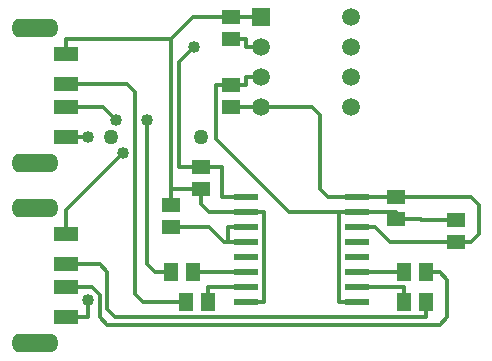
<source format=gbr>
%TF.GenerationSoftware,Novarm,DipTrace,3.1.0.1*%
%TF.CreationDate,2017-08-28T19:58:41+02:00*%
%FSLAX26Y26*%
%MOIN*%
%TF.FileFunction,Copper,L1,Top*%
%TF.Part,Single*%
%TA.AperFunction,Conductor*%
%ADD13C,0.012992*%
%ADD14R,0.059055X0.051181*%
%ADD15R,0.07874X0.023622*%
%ADD16R,0.051181X0.059055*%
%TA.AperFunction,ComponentPad*%
%ADD17R,0.059055X0.059055*%
%ADD18C,0.059055*%
%ADD20R,0.07874X0.047244*%
%TA.AperFunction,ComponentPad*%
%ADD21O,0.15748X0.062992*%
%ADD23C,0.05*%
%ADD24C,0.05*%
%TA.AperFunction,ViaPad*%
%ADD25C,0.04*%
G75*
G01*
%LPD*%
X1244000Y994000D2*
D13*
X1163016D1*
Y1094000D1*
X1094000D1*
X1294000Y1494000D2*
X1243016D1*
Y1519197D1*
X1194000D1*
X644000Y1194000D2*
X716362Y1193996D1*
X1094000Y1094000D2*
X1019984D1*
Y1444468D1*
X1069516Y1494000D1*
X1294000Y1594000D2*
X1194000D1*
X1068803D1*
X994000Y1519197D1*
Y1019197D1*
X1094000D1*
X994000D2*
Y968803D1*
X1244000Y944000D2*
X1302858D1*
Y644000D1*
X1244000D1*
X1094000Y1019197D2*
Y969984D1*
X1119984Y944000D1*
X1244000D1*
X994000Y1519197D2*
X644000D1*
Y1469591D1*
X1614079Y894000D2*
X1672937D1*
X1722937Y844000D1*
X1944000D1*
X1294000Y1294000D2*
X1194000D1*
X1614079Y994000D2*
X1516602D1*
X1490617Y1019985D1*
Y1268016D1*
X1464633Y1294000D1*
X1294000D1*
X1744000Y994000D2*
X1614079D1*
X1944000Y844000D2*
X1993016D1*
X2019000Y869984D1*
Y968016D1*
X1993016Y994000D1*
X1744000D1*
X994000Y894000D2*
X1119984D1*
X1169984Y844000D1*
X1185138D1*
Y894000D1*
X1244000D1*
X1185138Y844000D2*
X1244000D1*
X1294000Y1394000D2*
X1243016D1*
Y1368803D1*
X1194000D1*
X1944000Y918803D2*
X1828303D1*
X1827909Y919197D1*
X1744000D1*
X835008Y1141008D2*
X644000Y950000D1*
Y869591D1*
X1194000Y1368803D2*
X1143016D1*
Y1187654D1*
X1386670Y944000D1*
X1555217D1*
Y644000D1*
X1614079D1*
Y944000D2*
X1555217D1*
X1744000Y919197D2*
Y944000D1*
X1614079D1*
X1744000Y919197D2*
D3*
X1769197Y644000D2*
Y694000D1*
X1614079D1*
Y744000D2*
X1698921D1*
X1769197D1*
X1118803Y644000D2*
Y694000D1*
X1244000D1*
Y744000D2*
X1113886D1*
X1068803D1*
X1044000Y644000D2*
X900480D1*
X874496Y669984D1*
Y1345177D1*
X848508Y1371165D1*
X644000D1*
X809024Y1251992D2*
X768591Y1292425D1*
X644000D1*
X913984Y1251992D2*
Y769985D1*
X939969Y744000D1*
X994000D1*
X644000Y771165D2*
X755851D1*
X781835Y745181D1*
Y619984D1*
X807819Y594000D1*
X1844000D1*
Y644000D1*
X644000Y692425D2*
X729866D1*
X755850Y666441D1*
Y594001D1*
X781835Y568016D1*
X1889079D1*
X1915063Y594000D1*
Y718016D1*
X1889079Y744000D1*
X1844000D1*
X716362Y649315D2*
Y594000D1*
X644000D1*
D25*
X1069516Y1494000D3*
X716362Y1193996D3*
X835008Y1141008D3*
X809024Y1251992D3*
X913984D3*
X716362Y649315D3*
D14*
X1094000Y1094000D3*
Y1019197D3*
X1744000Y994000D3*
Y919197D3*
X994000Y894000D3*
Y968803D3*
X1944000Y844000D3*
Y918803D3*
X1194000Y1368803D3*
Y1294000D3*
Y1594000D3*
Y1519197D3*
D15*
X1244000Y994000D3*
Y944000D3*
Y894000D3*
Y844000D3*
Y794000D3*
Y744000D3*
Y694000D3*
Y644000D3*
X1614079D3*
Y694000D3*
Y744000D3*
Y794000D3*
Y844000D3*
Y894000D3*
Y944000D3*
Y994000D3*
D16*
X994000Y744000D3*
X1068803D3*
X1044000Y644000D3*
X1118803D3*
X1844000Y744000D3*
X1769197D3*
X1844000Y644000D3*
X1769197D3*
D17*
X1294000Y1594000D3*
D18*
Y1494000D3*
Y1394000D3*
Y1294000D3*
X1594000D3*
Y1394000D3*
Y1494000D3*
Y1594000D3*
D20*
X644000Y1194000D3*
Y1292425D3*
Y1371165D3*
Y1469591D3*
D21*
X541638Y1107386D3*
Y1556205D3*
D20*
X644000Y594000D3*
Y692425D3*
Y771165D3*
Y869591D3*
D21*
X541638Y507386D3*
Y956205D3*
D23*
X794000Y1194000D3*
D24*
X1094000D3*
M02*

</source>
